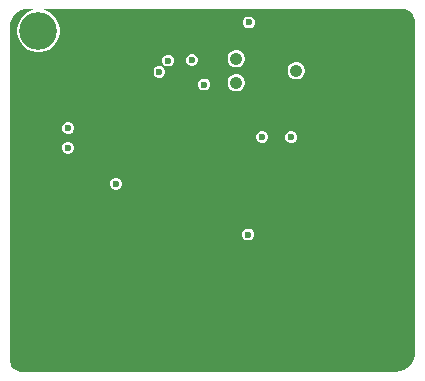
<source format=gbr>
%TF.GenerationSoftware,Altium Limited,Altium Designer,23.4.1 (23)*%
G04 Layer_Physical_Order=2*
G04 Layer_Color=36540*
%FSLAX45Y45*%
%MOMM*%
%TF.SameCoordinates,E9D3CAE9-A23F-4039-930E-E97F2D72BBB1*%
%TF.FilePolarity,Positive*%
%TF.FileFunction,Copper,L2,Inr,Signal*%
%TF.Part,Single*%
G01*
G75*
%TA.AperFunction,ComponentPad*%
%ADD41C,3.20000*%
%ADD42C,1.06700*%
%TA.AperFunction,ViaPad*%
%ADD43C,0.80000*%
%ADD44C,0.60000*%
%ADD45C,0.50000*%
G36*
X10603322Y9084224D02*
X10624308Y9076334D01*
X10643351Y9064501D01*
X10659719Y9049178D01*
X10672782Y9030957D01*
X10682038Y9010537D01*
X10687132Y8988704D01*
X10687500Y8977500D01*
X10687499Y6167499D01*
X10687497Y6167498D01*
X10686635Y6151370D01*
X10678651Y6120071D01*
X10664716Y6090931D01*
X10645362Y6065069D01*
X10621336Y6043480D01*
X10593559Y6026993D01*
X10563099Y6016241D01*
X10531128Y6011638D01*
X10515000Y6012500D01*
X7352499D01*
X7343389Y6012745D01*
X7325613Y6016782D01*
X7308967Y6024209D01*
X7294090Y6034742D01*
X7281554Y6047974D01*
X7271841Y6063399D01*
X7265323Y6080422D01*
X7262253Y6098389D01*
X7262500Y6107500D01*
X7262500Y8910455D01*
X7260347Y8925743D01*
X7262091Y8956571D01*
X7269816Y8986467D01*
X7283227Y9014280D01*
X7301808Y9038942D01*
X7324844Y9059503D01*
X7351449Y9075175D01*
X7380601Y9085353D01*
X7395890Y9087500D01*
X7454877D01*
X7456128Y9074800D01*
X7447496Y9073083D01*
X7414738Y9059514D01*
X7385257Y9039815D01*
X7360185Y9014743D01*
X7340486Y8985262D01*
X7326917Y8952504D01*
X7320000Y8917728D01*
Y8882272D01*
X7326917Y8847496D01*
X7340486Y8814738D01*
X7360185Y8785257D01*
X7385257Y8760185D01*
X7414738Y8740486D01*
X7447496Y8726917D01*
X7482272Y8720000D01*
X7517728D01*
X7552504Y8726917D01*
X7585262Y8740486D01*
X7614743Y8760185D01*
X7639815Y8785257D01*
X7659514Y8814738D01*
X7673083Y8847496D01*
X7680000Y8882272D01*
Y8917728D01*
X7673083Y8952504D01*
X7659514Y8985262D01*
X7639815Y9014743D01*
X7614743Y9039815D01*
X7585262Y9059514D01*
X7552504Y9073083D01*
X7543872Y9074800D01*
X7545123Y9087500D01*
X10569995Y9087499D01*
X10569997Y9087496D01*
X10569997Y9087496D01*
X10570127Y9087500D01*
X10582540Y9087647D01*
X10603322Y9084224D01*
D02*
G37*
%LPC*%
G36*
X9289946Y9020000D02*
X9270054D01*
X9251677Y9012388D01*
X9237612Y8998323D01*
X9230000Y8979946D01*
Y8960054D01*
X9237612Y8941677D01*
X9251677Y8927612D01*
X9270054Y8920000D01*
X9289946D01*
X9308323Y8927612D01*
X9322388Y8941677D01*
X9330000Y8960054D01*
Y8979946D01*
X9322388Y8998323D01*
X9308323Y9012388D01*
X9289946Y9020000D01*
D02*
G37*
G36*
X8809946Y8700000D02*
X8790054D01*
X8771677Y8692388D01*
X8757612Y8678323D01*
X8750000Y8659946D01*
Y8640054D01*
X8757612Y8621677D01*
X8771677Y8607612D01*
X8790054Y8600000D01*
X8809946D01*
X8828323Y8607612D01*
X8842388Y8621677D01*
X8850000Y8640054D01*
Y8659946D01*
X8842388Y8678323D01*
X8828323Y8692388D01*
X8809946Y8700000D01*
D02*
G37*
G36*
X8609946Y8697500D02*
X8590054D01*
X8571677Y8689888D01*
X8557612Y8675823D01*
X8550000Y8657446D01*
Y8637554D01*
X8557612Y8619177D01*
X8571677Y8605112D01*
X8590054Y8597500D01*
X8609946D01*
X8628323Y8605112D01*
X8642388Y8619177D01*
X8650000Y8637554D01*
Y8657446D01*
X8642388Y8675823D01*
X8628323Y8689888D01*
X8609946Y8697500D01*
D02*
G37*
G36*
X9185657Y8736450D02*
X9166343D01*
X9147688Y8731451D01*
X9130962Y8721794D01*
X9117305Y8708138D01*
X9107649Y8691412D01*
X9102650Y8672756D01*
Y8653443D01*
X9107649Y8634788D01*
X9117305Y8618062D01*
X9130962Y8604405D01*
X9147688Y8594749D01*
X9166343Y8589750D01*
X9185657D01*
X9204312Y8594749D01*
X9221038Y8604405D01*
X9234695Y8618062D01*
X9244351Y8634788D01*
X9249350Y8653443D01*
Y8672756D01*
X9244351Y8691412D01*
X9234695Y8708138D01*
X9221038Y8721794D01*
X9204312Y8731451D01*
X9185657Y8736450D01*
D02*
G37*
G36*
X8534503Y8602943D02*
X8514611D01*
X8496234Y8595331D01*
X8482169Y8581266D01*
X8474557Y8562889D01*
Y8542997D01*
X8482169Y8524620D01*
X8496234Y8510555D01*
X8514611Y8502943D01*
X8534503D01*
X8552880Y8510555D01*
X8566945Y8524620D01*
X8574557Y8542997D01*
Y8562889D01*
X8566945Y8581266D01*
X8552880Y8595331D01*
X8534503Y8602943D01*
D02*
G37*
G36*
X9693657Y8634850D02*
X9674343D01*
X9655688Y8629851D01*
X9638962Y8620194D01*
X9625305Y8606538D01*
X9615649Y8589812D01*
X9610650Y8571156D01*
Y8551843D01*
X9615649Y8533188D01*
X9625305Y8516462D01*
X9638962Y8502805D01*
X9655688Y8493149D01*
X9674343Y8488150D01*
X9693657D01*
X9712312Y8493149D01*
X9729038Y8502805D01*
X9742695Y8516462D01*
X9752351Y8533188D01*
X9757350Y8551843D01*
Y8571156D01*
X9752351Y8589812D01*
X9742695Y8606538D01*
X9729038Y8620194D01*
X9712312Y8629851D01*
X9693657Y8634850D01*
D02*
G37*
G36*
X8914946Y8495000D02*
X8895054D01*
X8876677Y8487388D01*
X8862612Y8473323D01*
X8855000Y8454945D01*
Y8435054D01*
X8862612Y8416677D01*
X8876677Y8402612D01*
X8895054Y8395000D01*
X8914946D01*
X8933323Y8402612D01*
X8947388Y8416677D01*
X8955000Y8435054D01*
Y8454945D01*
X8947388Y8473323D01*
X8933323Y8487388D01*
X8914946Y8495000D01*
D02*
G37*
G36*
X9185657Y8533250D02*
X9166343D01*
X9147688Y8528251D01*
X9130962Y8518594D01*
X9117305Y8504938D01*
X9107649Y8488212D01*
X9102650Y8469556D01*
Y8450243D01*
X9107649Y8431588D01*
X9117305Y8414862D01*
X9130962Y8401205D01*
X9147688Y8391549D01*
X9166343Y8386550D01*
X9185657D01*
X9204312Y8391549D01*
X9221038Y8401205D01*
X9234695Y8414862D01*
X9244351Y8431588D01*
X9249350Y8450243D01*
Y8469556D01*
X9244351Y8488212D01*
X9234695Y8504938D01*
X9221038Y8518594D01*
X9204312Y8528251D01*
X9185657Y8533250D01*
D02*
G37*
G36*
X7762446Y8125000D02*
X7742554D01*
X7724177Y8117388D01*
X7710112Y8103323D01*
X7702500Y8084946D01*
Y8065054D01*
X7710112Y8046677D01*
X7724177Y8032612D01*
X7742554Y8025000D01*
X7762446D01*
X7780823Y8032612D01*
X7794888Y8046677D01*
X7802500Y8065054D01*
Y8084946D01*
X7794888Y8103323D01*
X7780823Y8117388D01*
X7762446Y8125000D01*
D02*
G37*
G36*
X9404946Y8050000D02*
X9385054D01*
X9366677Y8042388D01*
X9352612Y8028323D01*
X9345000Y8009946D01*
Y7990054D01*
X9352612Y7971677D01*
X9366677Y7957612D01*
X9385054Y7950000D01*
X9404946D01*
X9423323Y7957612D01*
X9437388Y7971677D01*
X9445000Y7990054D01*
Y8009946D01*
X9437388Y8028323D01*
X9423323Y8042388D01*
X9404946Y8050000D01*
D02*
G37*
G36*
X9649946Y8047500D02*
X9630054D01*
X9611677Y8039888D01*
X9597612Y8025823D01*
X9590000Y8007446D01*
Y7987554D01*
X9597612Y7969177D01*
X9611677Y7955112D01*
X9630054Y7947500D01*
X9649946D01*
X9668323Y7955112D01*
X9682388Y7969177D01*
X9690000Y7987554D01*
Y8007446D01*
X9682388Y8025823D01*
X9668323Y8039888D01*
X9649946Y8047500D01*
D02*
G37*
G36*
X7759946Y7960000D02*
X7740054D01*
X7721677Y7952388D01*
X7707612Y7938323D01*
X7700000Y7919946D01*
Y7900054D01*
X7707612Y7881677D01*
X7721677Y7867612D01*
X7740054Y7860000D01*
X7759946D01*
X7778323Y7867612D01*
X7792388Y7881677D01*
X7800000Y7900054D01*
Y7919946D01*
X7792388Y7938323D01*
X7778323Y7952388D01*
X7759946Y7960000D01*
D02*
G37*
G36*
X8167843Y7655000D02*
X8147952D01*
X8129575Y7647388D01*
X8115510Y7633323D01*
X8107898Y7614946D01*
Y7595055D01*
X8115510Y7576678D01*
X8129575Y7562612D01*
X8147952Y7555000D01*
X8167843D01*
X8186221Y7562612D01*
X8200286Y7576678D01*
X8207898Y7595055D01*
Y7614946D01*
X8200286Y7633323D01*
X8186221Y7647388D01*
X8167843Y7655000D01*
D02*
G37*
G36*
X9287446Y7225000D02*
X9267554D01*
X9249177Y7217388D01*
X9235112Y7203323D01*
X9227500Y7184945D01*
Y7165054D01*
X9235112Y7146677D01*
X9249177Y7132612D01*
X9267554Y7125000D01*
X9287446D01*
X9305823Y7132612D01*
X9319888Y7146677D01*
X9327500Y7165054D01*
Y7184945D01*
X9319888Y7203323D01*
X9305823Y7217388D01*
X9287446Y7225000D01*
D02*
G37*
%LPD*%
D41*
X7500000Y8900000D02*
D03*
D42*
X9176000Y8663100D02*
D03*
Y8459900D02*
D03*
X9684000Y8561500D02*
D03*
D43*
X10500006Y8400005D02*
D03*
Y7200004D02*
D03*
X10400006Y7000004D02*
D03*
X10500006Y6800004D02*
D03*
Y6400003D02*
D03*
X10400006Y6200003D02*
D03*
X10300006Y8400005D02*
D03*
X10200006Y8200004D02*
D03*
X10300006Y7200004D02*
D03*
X10200006Y7000004D02*
D03*
X10000005Y8600005D02*
D03*
X10100005Y8400005D02*
D03*
X10000005Y8200004D02*
D03*
X10100005Y8000004D02*
D03*
X9900005Y8800005D02*
D03*
Y8400005D02*
D03*
Y8000004D02*
D03*
X9800005Y6600004D02*
D03*
X9700005Y8400005D02*
D03*
X9400005Y8200004D02*
D03*
X9500005Y7600004D02*
D03*
X9300005D02*
D03*
Y6400003D02*
D03*
X9200005Y6200003D02*
D03*
X9100005Y8800005D02*
D03*
X9000005Y8600005D02*
D03*
X9100005Y6800004D02*
D03*
Y6400003D02*
D03*
X8900005Y6800004D02*
D03*
X8800005Y6200003D02*
D03*
X8300004Y8800005D02*
D03*
X8200004Y8200004D02*
D03*
X8100004Y8800005D02*
D03*
Y7200004D02*
D03*
X8000004Y6600004D02*
D03*
X7900004Y8800005D02*
D03*
X7800004Y6600004D02*
D03*
Y6200003D02*
D03*
X7700004Y7600004D02*
D03*
X7600004Y6600004D02*
D03*
X7700004Y6400003D02*
D03*
X7600004Y6200003D02*
D03*
X7400004Y7800004D02*
D03*
Y7400004D02*
D03*
Y7000004D02*
D03*
X7500004Y6800004D02*
D03*
X7400004Y6600004D02*
D03*
X7500004Y6400003D02*
D03*
X7400004Y6200003D02*
D03*
D44*
X8543208Y8440709D02*
D03*
X8600000Y8647500D02*
D03*
X8800000Y8650000D02*
D03*
X8411397Y8311103D02*
D03*
X8590000Y8212500D02*
D03*
X8905000Y8445000D02*
D03*
X8524557Y8552943D02*
D03*
X9277500Y7175000D02*
D03*
X9640000Y7997500D02*
D03*
X9395000Y8000000D02*
D03*
X8120000Y8122500D02*
D03*
X7752500Y8075000D02*
D03*
X7750000Y7910000D02*
D03*
X9080000Y7042500D02*
D03*
X9877500Y6982500D02*
D03*
X9982500Y7100000D02*
D03*
X8750000Y6695000D02*
D03*
X8780000Y7030000D02*
D03*
X9177500Y8885000D02*
D03*
X7987500Y7775000D02*
D03*
X8132500Y7477500D02*
D03*
X7627500Y7435000D02*
D03*
X7600000Y7195000D02*
D03*
X8085000Y7005000D02*
D03*
X9205000Y7282500D02*
D03*
X10380000Y6782500D02*
D03*
X10132500Y6695000D02*
D03*
X9877500Y6905000D02*
D03*
X9872500Y7097500D02*
D03*
X10135000Y7880000D02*
D03*
X9372500Y7902500D02*
D03*
X7531250Y8328750D02*
D03*
X7527500Y8525000D02*
D03*
X9280000Y8970000D02*
D03*
X8157898Y7605000D02*
D03*
D45*
X8032500Y8505000D02*
D03*
Y8395000D02*
D03*
X7922500D02*
D03*
Y8505000D02*
D03*
X8990000Y7430000D02*
D03*
X8880000D02*
D03*
X8770000D02*
D03*
X8660000D02*
D03*
X8550000D02*
D03*
X8990000Y7540000D02*
D03*
X8880000D02*
D03*
X8770000D02*
D03*
X8660000D02*
D03*
X8550000D02*
D03*
X8990000Y7650000D02*
D03*
X8880000D02*
D03*
X8770000D02*
D03*
X8660000D02*
D03*
X8550000D02*
D03*
X8990000Y7760000D02*
D03*
X8880000D02*
D03*
X8770000D02*
D03*
X8660000D02*
D03*
X8550000D02*
D03*
X8990000Y7870000D02*
D03*
X8880000D02*
D03*
X8770000D02*
D03*
X8660000D02*
D03*
X8550000D02*
D03*
%TF.MD5,1bc7ca203ff0c1004f1efa7160eb702b*%
M02*

</source>
